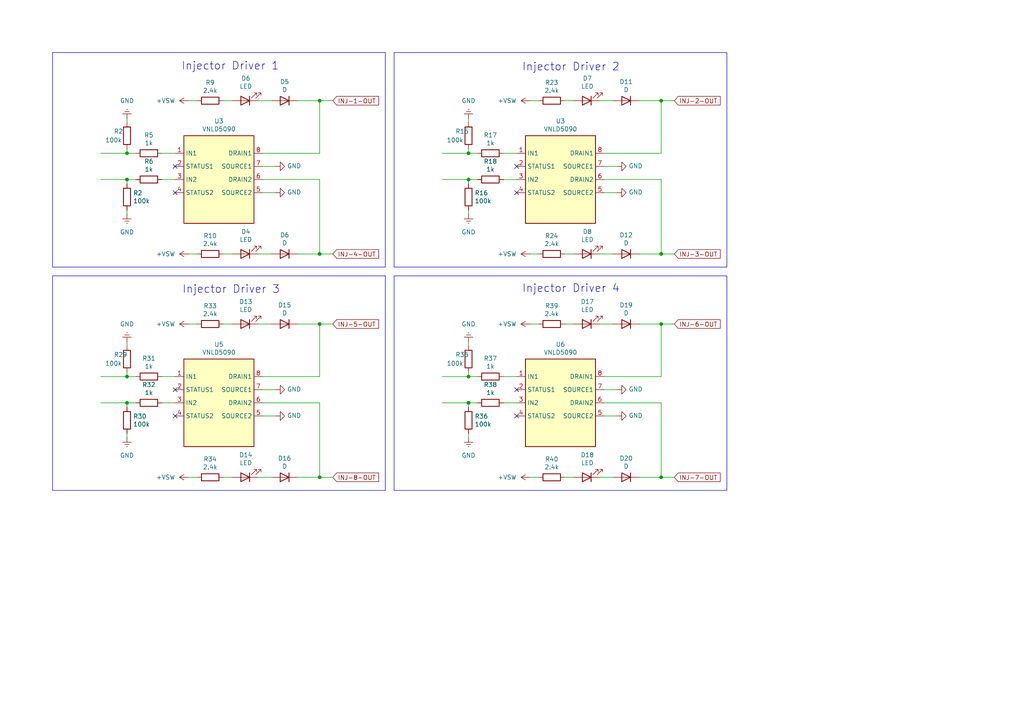
<source format=kicad_sch>
(kicad_sch (version 20250114) (generator "eeschema") (generator_version "9.0")
  (paper "A4")
  (title_block (title "Sopa's Speeduino32 Basic") (date "2025-08-09") (rev "V0.1") (company "Luis Felipe Marcon Brunhara"))
  (lib_symbols
    (symbol "Device:D" (pin_numbers (hide yes)) (pin_names (offset 1.016) (hide yes))
      (property "Reference" "D" (at 0 2.54 0))
      (property "Value" "D" (at 0 -2.54 0))
      (symbol "D_0_1"
        (polyline (pts (xy -1.27 1.27) (xy -1.27 -1.27)) (stroke (width 0.254)))
        (polyline (pts (xy 1.27 1.27) (xy 1.27 -1.27) (xy -1.27 0) (xy 1.27 1.27)) (stroke (width 0.254)))
        (polyline (pts (xy 1.27 0) (xy -1.27 0)))
      )
      (symbol "D_1_1"
        (pin passive line (at -3.81 0 0) (length 2.54) (name "K") (number "1"))
        (pin passive line (at 3.81 0 180) (length 2.54) (name "A") (number "2"))
      )
    )
    (symbol "Device:LED" (pin_numbers (hide yes)) (pin_names (offset 1.016) (hide yes))
      (property "Reference" "D" (at 0 2.54 0))
      (property "Value" "LED" (at 0 -2.54 0))
      (symbol "LED_0_1"
        (polyline (pts (xy -3.048 -0.762) (xy -4.572 -2.286) (xy -3.81 -2.286) (xy -4.572 -2.286) (xy -4.572 -1.524)))
        (polyline (pts (xy -1.778 -0.762) (xy -3.302 -2.286) (xy -2.54 -2.286) (xy -3.302 -2.286) (xy -3.302 -1.524)))
        (polyline (pts (xy -1.27 0) (xy 1.27 0)))
        (polyline (pts (xy -1.27 -1.27) (xy -1.27 1.27)) (stroke (width 0.254)))
        (polyline (pts (xy 1.27 -1.27) (xy 1.27 1.27) (xy -1.27 0) (xy 1.27 -1.27)) (stroke (width 0.254)))
      )
      (symbol "LED_1_1"
        (pin passive line (at -3.81 0 0) (length 2.54) (name "K") (number "1"))
        (pin passive line (at 3.81 0 180) (length 2.54) (name "A") (number "2"))
      )
    )
    (symbol "Device:R" (pin_numbers (hide yes)) (pin_names (offset 0))
      (property "Reference" "R" (at 2.032 0 90))
      (property "Value" "R" (at 0 0 90))
      (symbol "R_0_1"
        (rectangle (start -1.016 -2.54) (end 1.016 2.54) (stroke (width 0.254)))
      )
      (symbol "R_1_1"
        (pin passive line (at 0 3.81 270) (length 1.27) (name "~") (number "1"))
        (pin passive line (at 0 -3.81 90) (length 1.27) (name "~") (number "2"))
      )
    )
    (symbol "power:+VSW" (power) (pin_numbers (hide yes)) (pin_names (offset 0) (hide yes))
      (property "Value" "+VSW" (at 0 3.556 0))
      (symbol "+VSW_0_1"
        (polyline (pts (xy -0.762 1.27) (xy 0 2.54)))
        (polyline (pts (xy 0 2.54) (xy 0.762 1.27)))
        (polyline (pts (xy 0 0) (xy 0 2.54)))
      )
      (symbol "+VSW_1_1"
        (pin power_in line (at 0 0 90) (length 0) (name "~") (number "1"))
      )
    )
    (symbol "power:GND" (power) (pin_numbers (hide yes)) (pin_names (offset 0) (hide yes))
      (property "Value" "GND" (at 0 -3.81 0))
      (symbol "GND_0_1"
        (polyline (pts (xy 0 0) (xy 0 -1.27) (xy 1.27 -1.27) (xy 0 -2.54) (xy -1.27 -1.27) (xy 0 -1.27)))
      )
      (symbol "GND_1_1"
        (pin power_in line (at 0 0 270) (length 0) (name "~") (number "1"))
      )
    )
    (symbol "power:GNDREF" (power) (pin_numbers (hide yes)) (pin_names (offset 0) (hide yes))
      (property "Value" "GNDREF" (at 0 -3.81 0))
      (symbol "GNDREF_0_1"
        (polyline (pts (xy -0.635 -1.905) (xy 0.635 -1.905)))
        (polyline (pts (xy -0.127 -2.54) (xy 0.127 -2.54)))
        (polyline (pts (xy 0 -1.27) (xy 0 0)))
        (polyline (pts (xy 1.27 -1.27) (xy -1.27 -1.27)))
      )
      (symbol "GNDREF_1_1"
        (pin power_in line (at 0 0 270) (length 0) (name "~") (number "1"))
      )
    )
    (symbol "v0.4.4c-rescue:VNLD5090-IC_Automotive"
      (property "Reference" "U" (at -7.62 11.43 0))
      (property "Value" "v0.4.4c-rescue_VNLD5090-IC_Automotive" (at 12.7 11.43 0))
      (symbol "VNLD5090-IC_Automotive_0_1"
        (rectangle (start -7.62 -15.24) (end 12.7 10.16) (stroke (width 0.254)) (fill (type background)))
      )
      (symbol "VNLD5090-IC_Automotive_1_1"
        (pin input line (at -10.16 5.08 0) (length 2.54) (name "IN1") (number "1"))
        (pin output line (at -10.16 1.27 0) (length 2.54) (name "STATUS1") (number "2"))
        (pin input line (at -10.16 -2.54 0) (length 2.54) (name "IN2") (number "3"))
        (pin output line (at -10.16 -6.35 0) (length 2.54) (name "STATUS2") (number "4"))
        (pin output line (at 15.24 5.08 180) (length 2.54) (name "DRAIN1") (number "8"))
        (pin input line (at 15.24 1.27 180) (length 2.54) (name "SOURCE1") (number "7"))
        (pin output line (at 15.24 -2.54 180) (length 2.54) (name "DRAIN2") (number "6"))
        (pin input line (at 15.24 -6.35 180) (length 2.54) (name "SOURCE2") (number "5"))
      )
    )
  )
  (rectangle (start 114.3 80.01) (end 210.82 142.24))
  (rectangle (start 15.24 15.24) (end 111.76 77.47))
  (rectangle (start 114.3 15.24) (end 210.82 77.47))
  (rectangle (start 15.24 80.01) (end 111.76 142.24))
  (text "Injector Driver 4\n" (at 151.384 85.09 0) (effects (font (size 2.2606 2.2606)) (justify left bottom)))
  (text "Injector Driver 3" (at 52.832 85.344 0) (effects (font (size 2.2606 2.2606)) (justify left bottom)))
  (text "Injector Driver 1" (at 52.578 20.574 0) (effects (font (size 2.2606 2.2606)) (justify left bottom)))
  (text "Injector Driver 2" (at 151.384 20.828 0) (effects (font (size 2.2606 2.2606)) (justify left bottom)))
  (junction (at 36.83 52.07))
  (junction (at 36.83 116.84))
  (junction (at 92.71 93.98))
  (junction (at 92.71 29.21))
  (junction (at 135.89 52.07))
  (junction (at 191.77 73.66))
  (junction (at 36.83 44.45))
  (junction (at 191.77 138.43))
  (junction (at 191.77 93.98))
  (junction (at 135.89 44.45))
  (junction (at 36.83 109.22))
  (junction (at 92.71 138.43))
  (junction (at 135.89 116.84))
  (junction (at 191.77 29.21))
  (junction (at 135.89 109.22))
  (junction (at 92.71 73.66))
  (no_connect (at 50.8 55.88))
  (no_connect (at 149.86 55.88))
  (no_connect (at 50.8 120.65))
  (no_connect (at 50.8 113.03))
  (no_connect (at 149.86 120.65))
  (no_connect (at 149.86 113.03))
  (no_connect (at 50.8 48.26))
  (no_connect (at 149.86 48.26))
  (wire (pts (xy 86.36 138.43) (xy 92.71 138.43)))
  (wire (pts (xy 36.83 107.95) (xy 36.83 109.22)))
  (wire (pts (xy 29.21 52.07) (xy 36.83 52.07)))
  (wire (pts (xy 76.2 48.26) (xy 80.01 48.26)))
  (wire (pts (xy 86.36 29.21) (xy 92.71 29.21)))
  (wire (pts (xy 173.99 29.21) (xy 177.8 29.21)))
  (wire (pts (xy 36.83 116.84) (xy 36.83 118.11)))
  (wire (pts (xy 175.26 48.26) (xy 179.07 48.26)))
  (wire (pts (xy 163.83 29.21) (xy 166.37 29.21)))
  (wire (pts (xy 179.07 55.88) (xy 175.26 55.88)))
  (wire (pts (xy 76.2 116.84) (xy 92.71 116.84)))
  (wire (pts (xy 92.71 52.07) (xy 92.71 73.66)))
  (wire (pts (xy 36.83 100.33) (xy 36.83 99.06)))
  (wire (pts (xy 96.52 138.43) (xy 92.71 138.43)))
  (wire (pts (xy 86.36 73.66) (xy 92.71 73.66)))
  (wire (pts (xy 138.43 116.84) (xy 135.89 116.84)))
  (wire (pts (xy 135.89 43.18) (xy 135.89 44.45)))
  (wire (pts (xy 96.52 93.98) (xy 92.71 93.98)))
  (wire (pts (xy 153.67 93.98) (xy 156.21 93.98)))
  (wire (pts (xy 86.36 93.98) (xy 92.71 93.98)))
  (wire (pts (xy 191.77 116.84) (xy 191.77 138.43)))
  (wire (pts (xy 135.89 35.56) (xy 135.89 34.29)))
  (wire (pts (xy 29.21 44.45) (xy 36.83 44.45)))
  (wire (pts (xy 173.99 138.43) (xy 177.8 138.43)))
  (wire (pts (xy 175.26 44.45) (xy 191.77 44.45)))
  (wire (pts (xy 29.21 116.84) (xy 36.83 116.84)))
  (wire (pts (xy 39.37 52.07) (xy 36.83 52.07)))
  (wire (pts (xy 135.89 107.95) (xy 135.89 109.22)))
  (wire (pts (xy 173.99 73.66) (xy 177.8 73.66)))
  (wire (pts (xy 135.89 100.33) (xy 135.89 99.06)))
  (wire (pts (xy 76.2 44.45) (xy 92.71 44.45)))
  (wire (pts (xy 195.58 138.43) (xy 191.77 138.43)))
  (wire (pts (xy 128.27 109.22) (xy 135.89 109.22)))
  (wire (pts (xy 29.21 109.22) (xy 36.83 109.22)))
  (wire (pts (xy 146.05 116.84) (xy 149.86 116.84)))
  (wire (pts (xy 46.99 52.07) (xy 50.8 52.07)))
  (wire (pts (xy 80.01 120.65) (xy 76.2 120.65)))
  (wire (pts (xy 46.99 116.84) (xy 50.8 116.84)))
  (wire (pts (xy 92.71 109.22) (xy 92.71 93.98)))
  (wire (pts (xy 128.27 116.84) (xy 135.89 116.84)))
  (wire (pts (xy 54.61 29.21) (xy 57.15 29.21)))
  (wire (pts (xy 135.89 44.45) (xy 138.43 44.45)))
  (wire (pts (xy 74.93 93.98) (xy 78.74 93.98)))
  (wire (pts (xy 36.83 109.22) (xy 39.37 109.22)))
  (wire (pts (xy 74.93 138.43) (xy 78.74 138.43)))
  (wire (pts (xy 175.26 116.84) (xy 191.77 116.84)))
  (wire (pts (xy 153.67 138.43) (xy 156.21 138.43)))
  (wire (pts (xy 92.71 44.45) (xy 92.71 29.21)))
  (wire (pts (xy 135.89 62.23) (xy 135.89 60.96)))
  (wire (pts (xy 46.99 109.22) (xy 50.8 109.22)))
  (wire (pts (xy 173.99 93.98) (xy 177.8 93.98)))
  (wire (pts (xy 36.83 52.07) (xy 36.83 53.34)))
  (wire (pts (xy 163.83 73.66) (xy 166.37 73.66)))
  (wire (pts (xy 185.42 138.43) (xy 191.77 138.43)))
  (wire (pts (xy 64.77 93.98) (xy 67.31 93.98)))
  (wire (pts (xy 36.83 43.18) (xy 36.83 44.45)))
  (wire (pts (xy 163.83 93.98) (xy 166.37 93.98)))
  (wire (pts (xy 179.07 120.65) (xy 175.26 120.65)))
  (wire (pts (xy 185.42 93.98) (xy 191.77 93.98)))
  (wire (pts (xy 92.71 116.84) (xy 92.71 138.43)))
  (wire (pts (xy 54.61 93.98) (xy 57.15 93.98)))
  (wire (pts (xy 185.42 29.21) (xy 191.77 29.21)))
  (wire (pts (xy 36.83 62.23) (xy 36.83 60.96)))
  (wire (pts (xy 195.58 29.21) (xy 191.77 29.21)))
  (wire (pts (xy 128.27 52.07) (xy 135.89 52.07)))
  (wire (pts (xy 74.93 29.21) (xy 78.74 29.21)))
  (wire (pts (xy 76.2 109.22) (xy 92.71 109.22)))
  (wire (pts (xy 64.77 138.43) (xy 67.31 138.43)))
  (wire (pts (xy 146.05 109.22) (xy 149.86 109.22)))
  (wire (pts (xy 175.26 52.07) (xy 191.77 52.07)))
  (wire (pts (xy 54.61 73.66) (xy 57.15 73.66)))
  (wire (pts (xy 64.77 73.66) (xy 67.31 73.66)))
  (wire (pts (xy 74.93 73.66) (xy 78.74 73.66)))
  (wire (pts (xy 175.26 109.22) (xy 191.77 109.22)))
  (wire (pts (xy 138.43 52.07) (xy 135.89 52.07)))
  (wire (pts (xy 128.27 44.45) (xy 135.89 44.45)))
  (wire (pts (xy 153.67 29.21) (xy 156.21 29.21)))
  (wire (pts (xy 195.58 93.98) (xy 191.77 93.98)))
  (wire (pts (xy 175.26 113.03) (xy 179.07 113.03)))
  (wire (pts (xy 146.05 52.07) (xy 149.86 52.07)))
  (wire (pts (xy 191.77 109.22) (xy 191.77 93.98)))
  (wire (pts (xy 153.67 73.66) (xy 156.21 73.66)))
  (wire (pts (xy 39.37 116.84) (xy 36.83 116.84)))
  (wire (pts (xy 64.77 29.21) (xy 67.31 29.21)))
  (wire (pts (xy 135.89 52.07) (xy 135.89 53.34)))
  (wire (pts (xy 195.58 73.66) (xy 191.77 73.66)))
  (wire (pts (xy 76.2 52.07) (xy 92.71 52.07)))
  (wire (pts (xy 96.52 29.21) (xy 92.71 29.21)))
  (wire (pts (xy 36.83 44.45) (xy 39.37 44.45)))
  (wire (pts (xy 191.77 52.07) (xy 191.77 73.66)))
  (wire (pts (xy 80.01 55.88) (xy 76.2 55.88)))
  (wire (pts (xy 135.89 109.22) (xy 138.43 109.22)))
  (wire (pts (xy 54.61 138.43) (xy 57.15 138.43)))
  (wire (pts (xy 76.2 113.03) (xy 80.01 113.03)))
  (wire (pts (xy 135.89 127) (xy 135.89 125.73)))
  (wire (pts (xy 191.77 44.45) (xy 191.77 29.21)))
  (wire (pts (xy 163.83 138.43) (xy 166.37 138.43)))
  (wire (pts (xy 146.05 44.45) (xy 149.86 44.45)))
  (wire (pts (xy 36.83 127) (xy 36.83 125.73)))
  (wire (pts (xy 185.42 73.66) (xy 191.77 73.66)))
  (wire (pts (xy 135.89 116.84) (xy 135.89 118.11)))
  (wire (pts (xy 36.83 35.56) (xy 36.83 34.29)))
  (wire (pts (xy 46.99 44.45) (xy 50.8 44.45)))
  (wire (pts (xy 96.52 73.66) (xy 92.71 73.66)))
  (global_label "INJ-3-OUT" (shape input) (at 195.58 73.66 0) (property "Intersheetrefs" "${INTERSHEET_REFS}" (effects (hide yes))))
  (global_label "INJ-4-OUT" (shape input) (at 96.52 73.66 0) (property "Intersheetrefs" "${INTERSHEET_REFS}" (effects (hide yes))))
  (global_label "INJ-6-OUT" (shape input) (at 195.58 93.98 0) (property "Intersheetrefs" "${INTERSHEET_REFS}" (effects (hide yes))))
  (global_label "INJ-7-OUT" (shape input) (at 195.58 138.43 0) (property "Intersheetrefs" "${INTERSHEET_REFS}" (effects (hide yes))))
  (global_label "INJ-5-OUT" (shape input) (at 96.52 93.98 0) (property "Intersheetrefs" "${INTERSHEET_REFS}" (effects (hide yes))))
  (global_label "INJ-1-OUT" (shape input) (at 96.52 29.21 0) (property "Intersheetrefs" "${INTERSHEET_REFS}" (effects (hide yes))))
  (global_label "INJ-2-OUT" (shape input) (at 195.58 29.21 0) (property "Intersheetrefs" "${INTERSHEET_REFS}" (effects (hide yes))))
  (global_label "INJ-8-OUT" (shape input) (at 96.52 138.43 0) (property "Intersheetrefs" "${INTERSHEET_REFS}" (effects (hide yes))))
  (symbol (lib_id "power:GND") (at 80.01 55.88 90) (unit 1)
    (property "Reference" "#PWR011" (effects (hide yes)))
    (property "Value" "GND" (at 83.2612 55.753 90) (effects (justify right)))
  )
  (symbol (lib_id "Device:R") (at 43.18 44.45 270) (unit 1)
    (property "Reference" "R5" (at 43.18 39.1922 90))
    (property "Value" "1k" (at 43.18 41.5036 90))
    (property "Footprint" "Resistor_SMD:R_0805_2012Metric" (effects (hide yes)))
    (property "Digikey Part Number" "311-1.00KCRCT-ND" (effects (hide yes)))
    (property "Manufacturer_Name" "Yageo" (effects (hide yes)))
    (property "Manufacturer_Part_Number" "RC0805FR-071KL" (effects (hide yes)))
    (property "URL" "https://www.digikey.com/product-detail/en/yageo/RC0805FR-071KL/311-1.00KCRCT-ND/730391" (effects (hide yes)))
  )
  (symbol (lib_id "Device:R") (at 43.18 52.07 270) (unit 1)
    (property "Reference" "R6" (at 43.18 46.8122 90))
    (property "Value" "1k" (at 43.18 49.1236 90))
    (property "Footprint" "Resistor_SMD:R_0805_2012Metric" (effects (hide yes)))
    (property "Digikey Part Number" "311-1.00KCRCT-ND" (effects (hide yes)))
    (property "Manufacturer_Name" "Yageo" (effects (hide yes)))
    (property "Manufacturer_Part_Number" "RC0805FR-071KL" (effects (hide yes)))
    (property "URL" "https://www.digikey.com/product-detail/en/yageo/RC0805FR-071KL/311-1.00KCRCT-ND/730391" (effects (hide yes)))
  )
  (symbol (lib_id "Device:R") (at 36.83 57.15 180) (unit 1)
    (property "Reference" "R2" (at 38.608 55.9816 0) (effects (justify right)))
    (property "Value" "100k" (at 38.608 58.293 0) (effects (justify right)))
    (property "Footprint" "Resistor_SMD:R_0805_2012Metric" (effects (hide yes)))
    (property "Digikey Part Number" "311-100KCRCT-ND" (effects (hide yes)))
    (property "Manufacturer_Name" "Yageo" (effects (hide yes)))
    (property "Manufacturer_Part_Number" "RC0805FR-07100KL" (effects (hide yes)))
    (property "URL" "https://www.digikey.com/product-detail/en/yageo/RC0805FR-07100KL/311-100KCRCT-ND/730491" (effects (hide yes)))
  )
  (symbol (lib_id "Device:R") (at 60.96 73.66 270) (unit 1)
    (property "Reference" "R10" (at 60.96 68.4022 90))
    (property "Value" "2.4k" (at 60.96 70.7136 90))
    (property "Footprint" "Resistor_SMD:R_0805_2012Metric" (effects (hide yes)))
    (property "Digikey Part Number" "311-2.40KCRCT-ND" (effects (hide yes)))
    (property "Manufacturer_Name" "Yageo" (effects (hide yes)))
    (property "Manufacturer_Part_Number" "RC0805FR-072K4L" (effects (hide yes)))
    (property "URL" "https://www.digikey.com/product-detail/en/yageo/RC0805FR-072K4L/311-2.40KCRCT-ND/730637" (effects (hide yes)))
  )
  (symbol (lib_id "Device:LED") (at 71.12 73.66 180) (unit 1)
    (property "Reference" "D4" (at 71.2978 67.183 0))
    (property "Value" "LED" (at 71.2978 69.4944 0))
    (property "Footprint" "LED_SMD:LED_0805_2012Metric" (effects (hide yes)))
    (property "Digikey Part Number" "475-1415-1-ND" (effects (hide yes)))
    (property "Manufacturer_Name" "Osram" (effects (hide yes)))
    (property "Manufacturer_Part_Number" "LH R974-LP-1" (effects (hide yes)))
    (property "URL" "https://www.digikey.com/product-detail/en/osram-opto-semiconductors-inc/LH-R974-LP-1/475-1415-1-ND/1802604" (effects (hide yes)))
  )
  (symbol (lib_id "Device:R") (at 60.96 29.21 270) (unit 1)
    (property "Reference" "R9" (at 60.96 23.9522 90))
    (property "Value" "2.4k" (at 60.96 26.2636 90))
    (property "Footprint" "Resistor_SMD:R_0805_2012Metric" (effects (hide yes)))
    (property "Digikey Part Number" "311-2.40KCRCT-ND" (effects (hide yes)))
    (property "Manufacturer_Name" "Yageo" (effects (hide yes)))
    (property "Manufacturer_Part_Number" "RC0805FR-072K4L" (effects (hide yes)))
    (property "URL" "https://www.digikey.com/product-detail/en/yageo/RC0805FR-072K4L/311-2.40KCRCT-ND/730637" (effects (hide yes)))
  )
  (symbol (lib_id "v0.4.4c-rescue:VNLD5090-IC_Automotive") (at 160.02 49.53 0) (unit 1)
    (property "Reference" "U3" (at 162.56 35.1282 0))
    (property "Value" "VNLD5090" (at 162.56 37.4396 0))
    (property "Footprint" "Package_SO:SOIC-8_3.9x4.9mm_P1.27mm" (effects (hide yes)))
    (property "Datasheet" "https://www.st.com/resource/en/datasheet/vnld5090-e.pdf" (effects (hide yes)))
    (property "Manufacturer_Name" "STMicro" (effects (hide yes)))
    (property "Manufacturer_Part_Number" "VNLD5090-E" (effects (hide yes)))
    (property "URL" "https://www.digikey.com.au/products/en?keywords=VNLD5090-E" (effects (hide yes)))
    (property "Digikey Part Number" "497-18682-ND" (effects (hide yes)))
  )
  (symbol (lib_id "power:GND") (at 179.07 48.26 90) (unit 1)
    (property "Reference" "#PWR020" (effects (hide yes)))
    (property "Value" "GND" (at 182.3212 48.133 90) (effects (justify right)))
  )
  (symbol (lib_id "power:GND") (at 179.07 55.88 90) (unit 1)
    (property "Reference" "#PWR021" (effects (hide yes)))
    (property "Value" "GND" (at 182.3212 55.753 90) (effects (justify right)))
  )
  (symbol (lib_id "Device:R") (at 142.24 44.45 270) (unit 1)
    (property "Reference" "R17" (at 142.24 39.1922 90))
    (property "Value" "1k" (at 142.24 41.5036 90))
    (property "Footprint" "Resistor_SMD:R_0805_2012Metric" (effects (hide yes)))
    (property "Digikey Part Number" "311-1.00KCRCT-ND" (effects (hide yes)))
    (property "Manufacturer_Name" "Yageo" (effects (hide yes)))
    (property "Manufacturer_Part_Number" "RC0805FR-071KL" (effects (hide yes)))
    (property "URL" "https://www.digikey.com/product-detail/en/yageo/RC0805FR-071KL/311-1.00KCRCT-ND/730391" (effects (hide yes)))
  )
  (symbol (lib_id "Device:R") (at 142.24 52.07 270) (unit 1)
    (property "Reference" "R18" (at 142.24 46.8122 90))
    (property "Value" "1k" (at 142.24 49.1236 90))
    (property "Footprint" "Resistor_SMD:R_0805_2012Metric" (effects (hide yes)))
    (property "Digikey Part Number" "311-1.00KCRCT-ND" (effects (hide yes)))
    (property "Manufacturer_Name" "Yageo" (effects (hide yes)))
    (property "Manufacturer_Part_Number" "RC0805FR-071KL" (effects (hide yes)))
    (property "URL" "https://www.digikey.com/product-detail/en/yageo/RC0805FR-071KL/311-1.00KCRCT-ND/730391" (effects (hide yes)))
  )
  (symbol (lib_id "Device:R") (at 135.89 39.37 180) (unit 1)
    (property "Reference" "R15" (at 132.08 38.1 0) (effects (justify right)))
    (property "Value" "100k" (at 129.54 40.64 0) (effects (justify right)))
    (property "Footprint" "Resistor_SMD:R_0805_2012Metric" (effects (hide yes)))
    (property "Digikey Part Number" "311-100KCRCT-ND" (effects (hide yes)))
    (property "Manufacturer_Name" "Yageo" (effects (hide yes)))
    (property "Manufacturer_Part_Number" "RC0805FR-07100KL" (effects (hide yes)))
    (property "URL" "https://www.digikey.com/product-detail/en/yageo/RC0805FR-07100KL/311-100KCRCT-ND/730491" (effects (hide yes)))
  )
  (symbol (lib_id "Device:R") (at 135.89 57.15 180) (unit 1)
    (property "Reference" "R16" (at 137.668 55.9816 0) (effects (justify right)))
    (property "Value" "100k" (at 137.668 58.293 0) (effects (justify right)))
    (property "Footprint" "Resistor_SMD:R_0805_2012Metric" (effects (hide yes)))
    (property "Digikey Part Number" "311-100KCRCT-ND" (effects (hide yes)))
    (property "Manufacturer_Name" "Yageo" (effects (hide yes)))
    (property "Manufacturer_Part_Number" "RC0805FR-07100KL" (effects (hide yes)))
    (property "URL" "https://www.digikey.com/product-detail/en/yageo/RC0805FR-07100KL/311-100KCRCT-ND/730491" (effects (hide yes)))
  )
  (symbol (lib_id "Device:R") (at 160.02 73.66 270) (unit 1)
    (property "Reference" "R24" (at 160.02 68.4022 90))
    (property "Value" "2.4k" (at 160.02 70.7136 90))
    (property "Footprint" "Resistor_SMD:R_0805_2012Metric" (effects (hide yes)))
    (property "Digikey Part Number" "311-2.40KCRCT-ND" (effects (hide yes)))
    (property "Manufacturer_Name" "Yageo" (effects (hide yes)))
    (property "Manufacturer_Part_Number" "RC0805FR-072K4L" (effects (hide yes)))
    (property "URL" "https://www.digikey.com/product-detail/en/yageo/RC0805FR-072K4L/311-2.40KCRCT-ND/730637" (effects (hide yes)))
  )
  (symbol (lib_id "Device:LED") (at 170.18 73.66 180) (unit 1)
    (property "Reference" "D8" (at 170.3578 67.183 0))
    (property "Value" "LED" (at 170.3578 69.4944 0))
    (property "Footprint" "LED_SMD:LED_0805_2012Metric" (effects (hide yes)))
    (property "Digikey Part Number" "475-1415-1-ND" (effects (hide yes)))
    (property "Manufacturer_Name" "Osram" (effects (hide yes)))
    (property "Manufacturer_Part_Number" "LH R974-LP-1" (effects (hide yes)))
    (property "URL" "https://www.digikey.com/product-detail/en/osram-opto-semiconductors-inc/LH-R974-LP-1/475-1415-1-ND/1802604" (effects (hide yes)))
  )
  (symbol (lib_id "Device:R") (at 160.02 29.21 270) (unit 1)
    (property "Reference" "R23" (at 160.02 23.9522 90))
    (property "Value" "2.4k" (at 160.02 26.2636 90))
    (property "Footprint" "Resistor_SMD:R_0805_2012Metric" (effects (hide yes)))
    (property "Digikey Part Number" "311-2.40KCRCT-ND" (effects (hide yes)))
    (property "Manufacturer_Name" "Yageo" (effects (hide yes)))
    (property "Manufacturer_Part_Number" "RC0805FR-072K4L" (effects (hide yes)))
    (property "URL" "https://www.digikey.com/product-detail/en/yageo/RC0805FR-072K4L/311-2.40KCRCT-ND/730637" (effects (hide yes)))
  )
  (symbol (lib_id "Device:LED") (at 170.18 29.21 180) (unit 1)
    (property "Reference" "D7" (at 170.3578 22.733 0))
    (property "Value" "LED" (at 170.3578 25.0444 0))
    (property "Footprint" "LED_SMD:LED_0805_2012Metric" (effects (hide yes)))
    (property "Digikey Part Number" "475-1415-1-ND" (effects (hide yes)))
    (property "Manufacturer_Name" "Osram" (effects (hide yes)))
    (property "Manufacturer_Part_Number" "LH R974-LP-1" (effects (hide yes)))
    (property "URL" "https://www.digikey.com/product-detail/en/osram-opto-semiconductors-inc/LH-R974-LP-1/475-1415-1-ND/1802604" (effects (hide yes)))
  )
  (symbol (lib_id "Device:D") (at 181.61 73.66 180) (unit 1)
    (property "Reference" "D12" (at 181.61 68.1736 0))
    (property "Value" "D" (at 181.61 70.485 0))
    (property "Footprint" "Diode_SMD:D_SOD-323" (effects (hide yes)))
    (property "Digikey Part Number" "1N4448WXTPMSCT-ND" (effects (hide yes)))
    (property "Manufacturer_Name" "MCC" (effects (hide yes)))
    (property "Manufacturer_Part_Number" "1N4448WX-TP" (effects (hide yes)))
    (property "URL" "https://www.digikey.com/product-detail/en/micro-commercial-co/1N4448WX-TP/1N4448WXTPMSCT-ND/789338" (effects (hide yes)))
  )
  (symbol (lib_id "Device:D") (at 181.61 29.21 180) (unit 1)
    (property "Reference" "D11" (at 181.61 23.7236 0))
    (property "Value" "D" (at 181.61 26.035 0))
    (property "Footprint" "Diode_SMD:D_SOD-323" (effects (hide yes)))
    (property "Digikey Part Number" "1N4448WXTPMSCT-ND" (effects (hide yes)))
    (property "Manufacturer_Name" "MCC" (effects (hide yes)))
    (property "Manufacturer_Part_Number" "1N4448WX-TP" (effects (hide yes)))
    (property "URL" "https://www.digikey.com/product-detail/en/micro-commercial-co/1N4448WX-TP/1N4448WXTPMSCT-ND/789338" (effects (hide yes)))
  )
  (symbol (lib_id "Device:D") (at 82.55 29.21 180) (unit 1)
    (property "Reference" "D5" (at 82.55 23.7236 0))
    (property "Value" "D" (at 82.55 26.035 0))
    (property "Footprint" "Diode_SMD:D_SOD-323" (effects (hide yes)))
    (property "Digikey Part Number" "1N4448WXTPMSCT-ND" (effects (hide yes)))
    (property "Manufacturer_Name" "MCC" (effects (hide yes)))
    (property "Manufacturer_Part_Number" "1N4448WX-TP" (effects (hide yes)))
    (property "URL" "https://www.digikey.com/product-detail/en/micro-commercial-co/1N4448WX-TP/1N4448WXTPMSCT-ND/789338" (effects (hide yes)))
  )
  (symbol (lib_id "Device:D") (at 82.55 73.66 180) (unit 1)
    (property "Reference" "D6" (at 82.55 68.1736 0))
    (property "Value" "D" (at 82.55 70.485 0))
    (property "Footprint" "Diode_SMD:D_SOD-323" (effects (hide yes)))
    (property "Digikey Part Number" "1N4448WXTPMSCT-ND" (effects (hide yes)))
    (property "Manufacturer_Name" "MCC" (effects (hide yes)))
    (property "Manufacturer_Part_Number" "1N4448WX-TP" (effects (hide yes)))
    (property "URL" "https://www.digikey.com/product-detail/en/micro-commercial-co/1N4448WX-TP/1N4448WXTPMSCT-ND/789338" (effects (hide yes)))
  )
  (symbol (lib_id "power:+VSW") (at 153.67 93.98 90) (unit 1)
    (property "Reference" "#PWR038" (effects (hide yes)))
    (property "Value" "+VSW" (at 149.86 93.9799 90) (effects (justify left)))
    (property "Description" "Power symbol creates a global label with name \"+VSW\"" (effects (hide yes)))
  )
  (symbol (lib_id "Device:R") (at 135.89 121.92 180) (unit 1)
    (property "Reference" "R36" (at 137.668 120.7516 0) (effects (justify right)))
    (property "Value" "100k" (at 137.668 123.063 0) (effects (justify right)))
    (property "Footprint" "Resistor_SMD:R_0805_2012Metric" (effects (hide yes)))
    (property "Digikey Part Number" "311-100KCRCT-ND" (effects (hide yes)))
    (property "Manufacturer_Name" "Yageo" (effects (hide yes)))
    (property "Manufacturer_Part_Number" "RC0805FR-07100KL" (effects (hide yes)))
    (property "URL" "https://www.digikey.com/product-detail/en/yageo/RC0805FR-07100KL/311-100KCRCT-ND/730491" (effects (hide yes)))
  )
  (symbol (lib_id "Device:R") (at 36.83 121.92 180) (unit 1)
    (property "Reference" "R30" (at 38.608 120.7516 0) (effects (justify right)))
    (property "Value" "100k" (at 38.608 123.063 0) (effects (justify right)))
    (property "Footprint" "Resistor_SMD:R_0805_2012Metric" (effects (hide yes)))
    (property "Digikey Part Number" "311-100KCRCT-ND" (effects (hide yes)))
    (property "Manufacturer_Name" "Yageo" (effects (hide yes)))
    (property "Manufacturer_Part_Number" "RC0805FR-07100KL" (effects (hide yes)))
    (property "URL" "https://www.digikey.com/product-detail/en/yageo/RC0805FR-07100KL/311-100KCRCT-ND/730491" (effects (hide yes)))
  )
  (symbol (lib_id "Device:LED") (at 170.18 138.43 180) (unit 1)
    (property "Reference" "D18" (at 170.3578 131.953 0))
    (property "Value" "LED" (at 170.3578 134.2644 0))
    (property "Footprint" "LED_SMD:LED_0805_2012Metric" (effects (hide yes)))
    (property "Digikey Part Number" "475-1415-1-ND" (effects (hide yes)))
    (property "Manufacturer_Name" "Osram" (effects (hide yes)))
    (property "Manufacturer_Part_Number" "LH R974-LP-1" (effects (hide yes)))
    (property "URL" "https://www.digikey.com/product-detail/en/osram-opto-semiconductors-inc/LH-R974-LP-1/475-1415-1-ND/1802604" (effects (hide yes)))
  )
  (symbol (lib_id "power:GND") (at 179.07 120.65 90) (unit 1)
    (property "Reference" "#PWR032" (effects (hide yes)))
    (property "Value" "GND" (at 182.3212 120.523 90) (effects (justify right)))
  )
  (symbol (lib_id "power:GNDREF") (at 135.89 127 0) (unit 1)
    (property "Reference" "#PWR030" (effects (hide yes)))
    (property "Value" "GND" (at 135.89 132.08 0))
    (property "Description" "Power symbol creates a global label with name \"GNDREF\" , reference supply ground" (effects (hide yes)))
  )
  (symbol (lib_id "power:GNDREF") (at 36.83 62.23 0) (unit 1)
    (property "Reference" "#PWR014" (effects (hide yes)))
    (property "Value" "GND" (at 36.83 67.31 0))
    (property "Description" "Power symbol creates a global label with name \"GNDREF\" , reference supply ground" (effects (hide yes)))
  )
  (symbol (lib_id "Device:R") (at 36.83 39.37 180) (unit 1)
    (property "Reference" "R2" (at 33.02 38.1 0) (effects (justify right)))
    (property "Value" "100k" (at 30.48 40.64 0) (effects (justify right)))
    (property "Footprint" "Resistor_SMD:R_0805_2012Metric" (effects (hide yes)))
    (property "Digikey Part Number" "311-100KCRCT-ND" (effects (hide yes)))
    (property "Manufacturer_Name" "Yageo" (effects (hide yes)))
    (property "Manufacturer_Part_Number" "RC0805FR-07100KL" (effects (hide yes)))
    (property "URL" "https://www.digikey.com/product-detail/en/yageo/RC0805FR-07100KL/311-100KCRCT-ND/730491" (effects (hide yes)))
  )
  (symbol (lib_id "Device:LED") (at 71.12 138.43 180) (unit 1)
    (property "Reference" "D14" (at 71.2978 131.953 0))
    (property "Value" "LED" (at 71.2978 134.2644 0))
    (property "Footprint" "LED_SMD:LED_0805_2012Metric" (effects (hide yes)))
    (property "Digikey Part Number" "475-1415-1-ND" (effects (hide yes)))
    (property "Manufacturer_Name" "Osram" (effects (hide yes)))
    (property "Manufacturer_Part_Number" "LH R974-LP-1" (effects (hide yes)))
    (property "URL" "https://www.digikey.com/product-detail/en/osram-opto-semiconductors-inc/LH-R974-LP-1/475-1415-1-ND/1802604" (effects (hide yes)))
  )
  (symbol (lib_id "v0.4.4c-rescue:VNLD5090-IC_Automotive") (at 160.02 114.3 0) (unit 1)
    (property "Reference" "U6" (at 162.56 99.8982 0))
    (property "Value" "VNLD5090" (at 162.56 102.2096 0))
    (property "Footprint" "Package_SO:SOIC-8_3.9x4.9mm_P1.27mm" (effects (hide yes)))
    (property "Datasheet" "https://www.st.com/resource/en/datasheet/vnld5090-e.pdf" (effects (hide yes)))
    (property "Manufacturer_Name" "STMicro" (effects (hide yes)))
    (property "Manufacturer_Part_Number" "VNLD5090-E" (effects (hide yes)))
    (property "URL" "https://www.digikey.com.au/products/en?keywords=VNLD5090-E" (effects (hide yes)))
    (property "Digikey Part Number" "497-18682-ND" (effects (hide yes)))
  )
  (symbol (lib_id "power:GNDREF") (at 135.89 99.06 180) (unit 1)
    (property "Reference" "#PWR029" (effects (hide yes)))
    (property "Value" "GND" (at 135.89 93.98 0))
    (property "Description" "Power symbol creates a global label with name \"GNDREF\" , reference supply ground" (effects (hide yes)))
  )
  (symbol (lib_id "power:+VSW") (at 153.67 29.21 90) (unit 1)
    (property "Reference" "#PWR034" (effects (hide yes)))
    (property "Value" "+VSW" (at 149.86 29.2099 90) (effects (justify left)))
    (property "Description" "Power symbol creates a global label with name \"+VSW\"" (effects (hide yes)))
  )
  (symbol (lib_id "power:GND") (at 80.01 48.26 90) (unit 1)
    (property "Reference" "#PWR018" (effects (hide yes)))
    (property "Value" "GND" (at 83.2612 48.133 90) (effects (justify right)))
  )
  (symbol (lib_id "power:GNDREF") (at 36.83 99.06 180) (unit 1)
    (property "Reference" "#PWR013" (effects (hide yes)))
    (property "Value" "GND" (at 36.83 93.98 0))
    (property "Description" "Power symbol creates a global label with name \"GNDREF\" , reference supply ground" (effects (hide yes)))
  )
  (symbol (lib_id "power:GND") (at 80.01 120.65 90) (unit 1)
    (property "Reference" "#PWR028" (effects (hide yes)))
    (property "Value" "GND" (at 83.2612 120.523 90) (effects (justify right)))
  )
  (symbol (lib_id "power:GNDREF") (at 36.83 34.29 180) (unit 1)
    (property "Reference" "#PWR015" (effects (hide yes)))
    (property "Value" "GND" (at 36.83 29.21 0))
    (property "Description" "Power symbol creates a global label with name \"GNDREF\" , reference supply ground" (effects (hide yes)))
  )
  (symbol (lib_id "power:GND") (at 179.07 113.03 90) (unit 1)
    (property "Reference" "#PWR031" (effects (hide yes)))
    (property "Value" "GND" (at 182.3212 112.903 90) (effects (justify right)))
  )
  (symbol (lib_id "Device:R") (at 142.24 116.84 270) (unit 1)
    (property "Reference" "R38" (at 142.24 111.5822 90))
    (property "Value" "1k" (at 142.24 113.8936 90))
    (property "Footprint" "Resistor_SMD:R_0805_2012Metric" (effects (hide yes)))
    (property "Digikey Part Number" "311-1.00KCRCT-ND" (effects (hide yes)))
    (property "Manufacturer_Name" "Yageo" (effects (hide yes)))
    (property "Manufacturer_Part_Number" "RC0805FR-071KL" (effects (hide yes)))
    (property "URL" "https://www.digikey.com/product-detail/en/yageo/RC0805FR-071KL/311-1.00KCRCT-ND/730391" (effects (hide yes)))
  )
  (symbol (lib_id "Device:R") (at 36.83 104.14 180) (unit 1)
    (property "Reference" "R29" (at 33.02 102.87 0) (effects (justify right)))
    (property "Value" "100k" (at 30.48 105.41 0) (effects (justify right)))
    (property "Footprint" "Resistor_SMD:R_0805_2012Metric" (effects (hide yes)))
    (property "Digikey Part Number" "311-100KCRCT-ND" (effects (hide yes)))
    (property "Manufacturer_Name" "Yageo" (effects (hide yes)))
    (property "Manufacturer_Part_Number" "RC0805FR-07100KL" (effects (hide yes)))
    (property "URL" "https://www.digikey.com/product-detail/en/yageo/RC0805FR-07100KL/311-100KCRCT-ND/730491" (effects (hide yes)))
  )
  (symbol (lib_id "power:GNDREF") (at 135.89 62.23 0) (unit 1)
    (property "Reference" "#PWR026" (effects (hide yes)))
    (property "Value" "GND" (at 135.89 67.31 0))
    (property "Description" "Power symbol creates a global label with name \"GNDREF\" , reference supply ground" (effects (hide yes)))
  )
  (symbol (lib_id "Device:LED") (at 71.12 93.98 180) (unit 1)
    (property "Reference" "D13" (at 71.2978 87.503 0))
    (property "Value" "LED" (at 71.2978 89.8144 0))
    (property "Footprint" "LED_SMD:LED_0805_2012Metric" (effects (hide yes)))
    (property "Digikey Part Number" "475-1415-1-ND" (effects (hide yes)))
    (property "Manufacturer_Name" "Osram" (effects (hide yes)))
    (property "Manufacturer_Part_Number" "LH R974-LP-1" (effects (hide yes)))
    (property "URL" "https://www.digikey.com/product-detail/en/osram-opto-semiconductors-inc/LH-R974-LP-1/475-1415-1-ND/1802604" (effects (hide yes)))
  )
  (symbol (lib_id "Device:R") (at 160.02 93.98 270) (unit 1)
    (property "Reference" "R39" (at 160.02 88.7222 90))
    (property "Value" "2.4k" (at 160.02 91.0336 90))
    (property "Footprint" "Resistor_SMD:R_0805_2012Metric" (effects (hide yes)))
    (property "Digikey Part Number" "311-2.40KCRCT-ND" (effects (hide yes)))
    (property "Manufacturer_Name" "Yageo" (effects (hide yes)))
    (property "Manufacturer_Part_Number" "RC0805FR-072K4L" (effects (hide yes)))
    (property "URL" "https://www.digikey.com/product-detail/en/yageo/RC0805FR-072K4L/311-2.40KCRCT-ND/730637" (effects (hide yes)))
  )
  (symbol (lib_id "power:+VSW") (at 54.61 29.21 90) (unit 1)
    (property "Reference" "#PWR033" (effects (hide yes)))
    (property "Value" "+VSW" (at 50.8 29.2099 90) (effects (justify left)))
    (property "Description" "Power symbol creates a global label with name \"+VSW\"" (effects (hide yes)))
  )
  (symbol (lib_id "Device:R") (at 60.96 138.43 270) (unit 1)
    (property "Reference" "R34" (at 60.96 133.1722 90))
    (property "Value" "2.4k" (at 60.96 135.4836 90))
    (property "Footprint" "Resistor_SMD:R_0805_2012Metric" (effects (hide yes)))
    (property "Digikey Part Number" "311-2.40KCRCT-ND" (effects (hide yes)))
    (property "Manufacturer_Name" "Yageo" (effects (hide yes)))
    (property "Manufacturer_Part_Number" "RC0805FR-072K4L" (effects (hide yes)))
    (property "URL" "https://www.digikey.com/product-detail/en/yageo/RC0805FR-072K4L/311-2.40KCRCT-ND/730637" (effects (hide yes)))
  )
  (symbol (lib_id "Device:R") (at 160.02 138.43 270) (unit 1)
    (property "Reference" "R40" (at 160.02 133.1722 90))
    (property "Value" "2.4k" (at 160.02 135.4836 90))
    (property "Footprint" "Resistor_SMD:R_0805_2012Metric" (effects (hide yes)))
    (property "Digikey Part Number" "311-2.40KCRCT-ND" (effects (hide yes)))
    (property "Manufacturer_Name" "Yageo" (effects (hide yes)))
    (property "Manufacturer_Part_Number" "RC0805FR-072K4L" (effects (hide yes)))
    (property "URL" "https://www.digikey.com/product-detail/en/yageo/RC0805FR-072K4L/311-2.40KCRCT-ND/730637" (effects (hide yes)))
  )
  (symbol (lib_id "Device:D") (at 181.61 138.43 180) (unit 1)
    (property "Reference" "D20" (at 181.61 132.9436 0))
    (property "Value" "D" (at 181.61 135.255 0))
    (property "Footprint" "Diode_SMD:D_SOD-323" (effects (hide yes)))
    (property "Digikey Part Number" "1N4448WXTPMSCT-ND" (effects (hide yes)))
    (property "Manufacturer_Name" "MCC" (effects (hide yes)))
    (property "Manufacturer_Part_Number" "1N4448WX-TP" (effects (hide yes)))
    (property "URL" "https://www.digikey.com/product-detail/en/micro-commercial-co/1N4448WX-TP/1N4448WXTPMSCT-ND/789338" (effects (hide yes)))
  )
  (symbol (lib_id "v0.4.4c-rescue:VNLD5090-IC_Automotive") (at 60.96 114.3 0) (unit 1)
    (property "Reference" "U5" (at 63.5 99.8982 0))
    (property "Value" "VNLD5090" (at 63.5 102.2096 0))
    (property "Footprint" "Package_SO:SOIC-8_3.9x4.9mm_P1.27mm" (effects (hide yes)))
    (property "Datasheet" "https://www.st.com/resource/en/datasheet/vnld5090-e.pdf" (effects (hide yes)))
    (property "Manufacturer_Name" "STMicro" (effects (hide yes)))
    (property "Manufacturer_Part_Number" "VNLD5090-E" (effects (hide yes)))
    (property "URL" "https://www.digikey.com.au/products/en?keywords=VNLD5090-E" (effects (hide yes)))
    (property "Digikey Part Number" "497-18682-ND" (effects (hide yes)))
  )
  (symbol (lib_id "power:+VSW") (at 54.61 73.66 90) (unit 1)
    (property "Reference" "#PWR036" (effects (hide yes)))
    (property "Value" "+VSW" (at 50.8 73.6599 90) (effects (justify left)))
    (property "Description" "Power symbol creates a global label with name \"+VSW\"" (effects (hide yes)))
  )
  (symbol (lib_id "Device:D") (at 181.61 93.98 180) (unit 1)
    (property "Reference" "D19" (at 181.61 88.4936 0))
    (property "Value" "D" (at 181.61 90.805 0))
    (property "Footprint" "Diode_SMD:D_SOD-323" (effects (hide yes)))
    (property "Digikey Part Number" "1N4448WXTPMSCT-ND" (effects (hide yes)))
    (property "Manufacturer_Name" "MCC" (effects (hide yes)))
    (property "Manufacturer_Part_Number" "1N4448WX-TP" (effects (hide yes)))
    (property "URL" "https://www.digikey.com/product-detail/en/micro-commercial-co/1N4448WX-TP/1N4448WXTPMSCT-ND/789338" (effects (hide yes)))
  )
  (symbol (lib_id "power:GNDREF") (at 36.83 127 0) (unit 1)
    (property "Reference" "#PWR012" (effects (hide yes)))
    (property "Value" "GND" (at 36.83 132.08 0))
    (property "Description" "Power symbol creates a global label with name \"GNDREF\" , reference supply ground" (effects (hide yes)))
  )
  (symbol (lib_id "power:+VSW") (at 153.67 138.43 90) (unit 1)
    (property "Reference" "#PWR039" (effects (hide yes)))
    (property "Value" "+VSW" (at 149.86 138.4299 90) (effects (justify left)))
    (property "Description" "Power symbol creates a global label with name \"+VSW\"" (effects (hide yes)))
  )
  (symbol (lib_id "Device:D") (at 82.55 138.43 180) (unit 1)
    (property "Reference" "D16" (at 82.55 132.9436 0))
    (property "Value" "D" (at 82.55 135.255 0))
    (property "Footprint" "Diode_SMD:D_SOD-323" (effects (hide yes)))
    (property "Digikey Part Number" "1N4448WXTPMSCT-ND" (effects (hide yes)))
    (property "Manufacturer_Name" "MCC" (effects (hide yes)))
    (property "Manufacturer_Part_Number" "1N4448WX-TP" (effects (hide yes)))
    (property "URL" "https://www.digikey.com/product-detail/en/micro-commercial-co/1N4448WX-TP/1N4448WXTPMSCT-ND/789338" (effects (hide yes)))
  )
  (symbol (lib_id "Device:D") (at 82.55 93.98 180) (unit 1)
    (property "Reference" "D15" (at 82.55 88.4936 0))
    (property "Value" "D" (at 82.55 90.805 0))
    (property "Footprint" "Diode_SMD:D_SOD-323" (effects (hide yes)))
    (property "Digikey Part Number" "1N4448WXTPMSCT-ND" (effects (hide yes)))
    (property "Manufacturer_Name" "MCC" (effects (hide yes)))
    (property "Manufacturer_Part_Number" "1N4448WX-TP" (effects (hide yes)))
    (property "URL" "https://www.digikey.com/product-detail/en/micro-commercial-co/1N4448WX-TP/1N4448WXTPMSCT-ND/789338" (effects (hide yes)))
  )
  (symbol (lib_id "power:+VSW") (at 54.61 93.98 90) (unit 1)
    (property "Reference" "#PWR035" (effects (hide yes)))
    (property "Value" "+VSW" (at 50.8 93.9799 90) (effects (justify left)))
    (property "Description" "Power symbol creates a global label with name \"+VSW\"" (effects (hide yes)))
  )
  (symbol (lib_id "Device:R") (at 60.96 93.98 270) (unit 1)
    (property "Reference" "R33" (at 60.96 88.7222 90))
    (property "Value" "2.4k" (at 60.96 91.0336 90))
    (property "Footprint" "Resistor_SMD:R_0805_2012Metric" (effects (hide yes)))
    (property "Digikey Part Number" "311-2.40KCRCT-ND" (effects (hide yes)))
    (property "Manufacturer_Name" "Yageo" (effects (hide yes)))
    (property "Manufacturer_Part_Number" "RC0805FR-072K4L" (effects (hide yes)))
    (property "URL" "https://www.digikey.com/product-detail/en/yageo/RC0805FR-072K4L/311-2.40KCRCT-ND/730637" (effects (hide yes)))
  )
  (symbol (lib_id "power:+VSW") (at 153.67 73.66 90) (unit 1)
    (property "Reference" "#PWR037" (effects (hide yes)))
    (property "Value" "+VSW" (at 149.86 73.6599 90) (effects (justify left)))
    (property "Description" "Power symbol creates a global label with name \"+VSW\"" (effects (hide yes)))
  )
  (symbol (lib_id "Device:LED") (at 170.18 93.98 180) (unit 1)
    (property "Reference" "D17" (at 170.3578 87.503 0))
    (property "Value" "LED" (at 170.3578 89.8144 0))
    (property "Footprint" "LED_SMD:LED_0805_2012Metric" (effects (hide yes)))
    (property "Digikey Part Number" "475-1415-1-ND" (effects (hide yes)))
    (property "Manufacturer_Name" "Osram" (effects (hide yes)))
    (property "Manufacturer_Part_Number" "LH R974-LP-1" (effects (hide yes)))
    (property "URL" "https://www.digikey.com/product-detail/en/osram-opto-semiconductors-inc/LH-R974-LP-1/475-1415-1-ND/1802604" (effects (hide yes)))
  )
  (symbol (lib_id "power:GNDREF") (at 135.89 34.29 180) (unit 1)
    (property "Reference" "#PWR025" (effects (hide yes)))
    (property "Value" "GND" (at 135.89 29.21 0))
    (property "Description" "Power symbol creates a global label with name \"GNDREF\" , reference supply ground" (effects (hide yes)))
  )
  (symbol (lib_id "Device:R") (at 43.18 116.84 270) (unit 1)
    (property "Reference" "R32" (at 43.18 111.5822 90))
    (property "Value" "1k" (at 43.18 113.8936 90))
    (property "Footprint" "Resistor_SMD:R_0805_2012Metric" (effects (hide yes)))
    (property "Digikey Part Number" "311-1.00KCRCT-ND" (effects (hide yes)))
    (property "Manufacturer_Name" "Yageo" (effects (hide yes)))
    (property "Manufacturer_Part_Number" "RC0805FR-071KL" (effects (hide yes)))
    (property "URL" "https://www.digikey.com/product-detail/en/yageo/RC0805FR-071KL/311-1.00KCRCT-ND/730391" (effects (hide yes)))
  )
  (symbol (lib_id "Device:R") (at 142.24 109.22 270) (unit 1)
    (property "Reference" "R37" (at 142.24 103.9622 90))
    (property "Value" "1k" (at 142.24 106.2736 90))
    (property "Footprint" "Resistor_SMD:R_0805_2012Metric" (effects (hide yes)))
    (property "Digikey Part Number" "311-1.00KCRCT-ND" (effects (hide yes)))
    (property "Manufacturer_Name" "Yageo" (effects (hide yes)))
    (property "Manufacturer_Part_Number" "RC0805FR-071KL" (effects (hide yes)))
    (property "URL" "https://www.digikey.com/product-detail/en/yageo/RC0805FR-071KL/311-1.00KCRCT-ND/730391" (effects (hide yes)))
  )
  (symbol (lib_id "Device:R") (at 135.89 104.14 180) (unit 1)
    (property "Reference" "R35" (at 132.08 102.87 0) (effects (justify right)))
    (property "Value" "100k" (at 129.54 105.41 0) (effects (justify right)))
    (property "Footprint" "Resistor_SMD:R_0805_2012Metric" (effects (hide yes)))
    (property "Digikey Part Number" "311-100KCRCT-ND" (effects (hide yes)))
    (property "Manufacturer_Name" "Yageo" (effects (hide yes)))
    (property "Manufacturer_Part_Number" "RC0805FR-07100KL" (effects (hide yes)))
    (property "URL" "https://www.digikey.com/product-detail/en/yageo/RC0805FR-07100KL/311-100KCRCT-ND/730491" (effects (hide yes)))
  )
  (symbol (lib_id "Device:R") (at 43.18 109.22 270) (unit 1)
    (property "Reference" "R31" (at 43.18 103.9622 90))
    (property "Value" "1k" (at 43.18 106.2736 90))
    (property "Footprint" "Resistor_SMD:R_0805_2012Metric" (effects (hide yes)))
    (property "Digikey Part Number" "311-1.00KCRCT-ND" (effects (hide yes)))
    (property "Manufacturer_Name" "Yageo" (effects (hide yes)))
    (property "Manufacturer_Part_Number" "RC0805FR-071KL" (effects (hide yes)))
    (property "URL" "https://www.digikey.com/product-detail/en/yageo/RC0805FR-071KL/311-1.00KCRCT-ND/730391" (effects (hide yes)))
  )
  (symbol (lib_id "v0.4.4c-rescue:VNLD5090-IC_Automotive") (at 60.96 49.53 0) (unit 1)
    (property "Reference" "U3" (at 63.5 35.1282 0))
    (property "Value" "VNLD5090" (at 63.5 37.4396 0))
    (property "Footprint" "Package_SO:SOIC-8_3.9x4.9mm_P1.27mm" (effects (hide yes)))
    (property "Datasheet" "https://www.st.com/resource/en/datasheet/vnld5090-e.pdf" (effects (hide yes)))
    (property "Manufacturer_Name" "STMicro" (effects (hide yes)))
    (property "Manufacturer_Part_Number" "VNLD5090-E" (effects (hide yes)))
    (property "URL" "https://www.digikey.com.au/products/en?keywords=VNLD5090-E" (effects (hide yes)))
    (property "Digikey Part Number" "497-18682-ND" (effects (hide yes)))
  )
  (symbol (lib_id "Device:LED") (at 71.12 29.21 180) (unit 1)
    (property "Reference" "D6" (at 71.2978 22.733 0))
    (property "Value" "LED" (at 71.2978 25.0444 0))
    (property "Footprint" "LED_SMD:LED_0805_2012Metric" (effects (hide yes)))
    (property "Digikey Part Number" "475-1415-1-ND" (effects (hide yes)))
    (property "Manufacturer_Name" "Osram" (effects (hide yes)))
    (property "Manufacturer_Part_Number" "LH R974-LP-1" (effects (hide yes)))
    (property "URL" "https://www.digikey.com/product-detail/en/osram-opto-semiconductors-inc/LH-R974-LP-1/475-1415-1-ND/1802604" (effects (hide yes)))
  )
  (symbol (lib_id "power:GND") (at 80.01 113.03 90) (unit 1)
    (property "Reference" "#PWR027" (effects (hide yes)))
    (property "Value" "GND" (at 83.2612 112.903 90) (effects (justify right)))
  )
  (symbol (lib_id "power:+VSW") (at 54.61 138.43 90) (unit 1)
    (property "Reference" "#PWR040" (effects (hide yes)))
    (property "Value" "+VSW" (at 50.8 138.4299 90) (effects (justify left)))
    (property "Description" "Power symbol creates a global label with name \"+VSW\"" (effects (hide yes)))
  )
)
</source>
